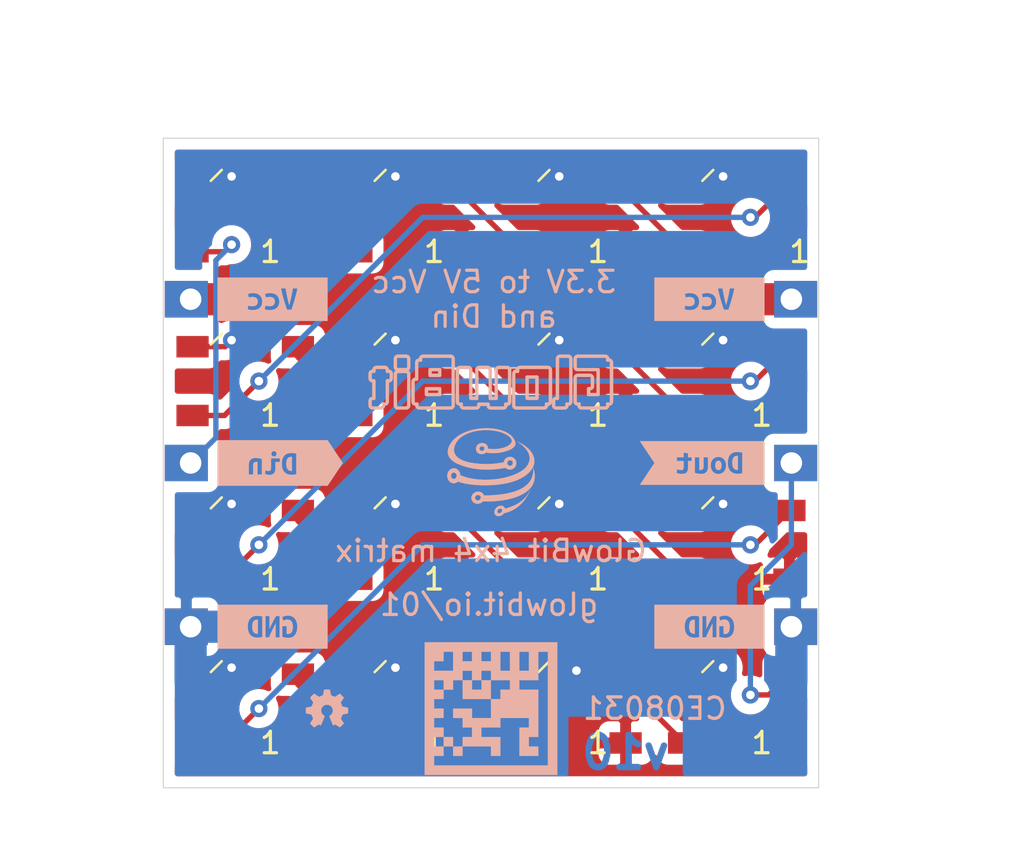
<source format=kicad_pcb>
(kicad_pcb (version 20171130) (host pcbnew "(5.1.10)-1")
  (title_block (title "GlowBit Matrix 4x4") (date 2021-09-14) (rev 10) (comment 1 "Designed at Core Electronics by Brenton Schulz") (comment 2 "GlowBit and the GlowBit logo are trademarks of Core Electronics Pty Ltd.") (comment 3 "License: CCASAv4.0 https://creativecommons.org/licenses/by-sa/4.0/"))
  (layers (0 F.Cu signal) (31 B.Cu signal) (34 B.Paste user) (35 F.Paste user) (36 B.SilkS user) (37 F.SilkS user) (38 B.Mask user) (39 F.Mask user) (44 Edge.Cuts user))
  (net 0 "")
  (net 1 VCC)
  (net 2 "Net-(D1-Pad2)")
  (net 3 "Net-(D1-Pad4)")
  (net 4 GND)
  (net 5 "Net-(D2-Pad2)")
  (net 6 "Net-(D13-Pad2)")
  (net 7 "Net-(D3-Pad2)")
  (net 8 "Net-(D14-Pad2)")
  (net 9 "Net-(D4-Pad2)")
  (net 10 "Net-(D15-Pad2)")
  (net 11 "Net-(D5-Pad2)")
  (net 12 "Net-(D10-Pad4)")
  (net 13 "Net-(D11-Pad4)")
  (net 14 "Net-(D12-Pad4)")
  (net 15 "Net-(D13-Pad4)")
  (net 16 "Net-(D10-Pad2)")
  (net 17 "Net-(D11-Pad2)")
  (net 18 "Net-(D12-Pad2)")
  (net 19 "Net-(D16-Pad2)")
  (module lib:Glowbit (layer B.Cu) (at 148.995 102.93791 180)
    (fp_text reference G*** hide)
    (fp_text value LOGO hide)
  )
  (module lib:CE08031 (layer B.Cu) (at 148.995 118.14 180)
    (fp_text reference G*** hide)
    (fp_text value LOGO hide)
  )
  (module CoreElectronics_Artwork:CoreElectronics_logo_5mm_v2 (layer B.Cu) (at 148.995 107.139102 180)
    (fp_text reference G*** hide)
    (fp_text value LOGO hide)
  )
  (module label (layer B.Cu) (at 159.155 114.33 180)
    (fp_text reference kibuzzard-6119FB8F hide)
    (fp_text value G*** hide)
  )
  (module label (layer B.Cu) (at 159.155 99.09 180)
    (fp_text reference kibuzzard-6119FBA7 hide)
    (fp_text value G*** hide)
  )
  (module label (layer B.Cu) (at 158.815054 106.71 180)
    (fp_text reference kibuzzard-6119FB06 hide)
    (fp_text value G*** hide)
  )
  (module label (layer B.Cu) (at 139.189762 106.71 180)
    (fp_text reference kibuzzard-6119FB4C hide)
    (fp_text value G*** hide)
  )
  (module label (layer B.Cu) (at 138.835 99.09 180)
    (fp_text reference kibuzzard-6119FBA7 hide)
    (fp_text value G*** hide)
  )
  (module label (layer B.Cu) (at 138.835 114.33 180)
    (fp_text reference kibuzzard-6119FB8F hide)
    (fp_text value G*** hide)
  )
  (module CoreElectronics_Artwork:oshw (layer B.Cu) (at 141.375 118.14 180)
    (fp_text reference G*** hide)
    (fp_text value LOGO hide)
  )
  (module Connector_PinHeader_2.54mm:PinHeader_1x01_P2.54mm_Vertical (layer F.Cu) (at 135.025 114.33)
    (fp_text reference J6)
    (fp_text value Conn_01x01_Male)
    (pad 1 thru_hole rect (at 0 0) (size 2 1.7) (drill 1 (offset -0.2 0)) (layers *.Cu *.Mask) (net 4 GND))
  )
  (module Connector_PinHeader_2.54mm:PinHeader_1x01_P2.54mm_Vertical (layer F.Cu) (at 135.025 99.09)
    (fp_text reference J5)
    (fp_text value Conn_01x01_Male)
    (pad 1 thru_hole rect (at 0 0) (size 2 1.7) (drill 1 (offset -0.2 0)) (layers *.Cu *.Mask) (net 1 VCC))
  )
  (module Connector_PinHeader_2.54mm:PinHeader_1x01_P2.54mm_Vertical (layer F.Cu) (at 162.965 114.33)
    (fp_text reference J4)
    (fp_text value Conn_01x01_Male)
    (pad 1 thru_hole rect (at 0 0) (size 2 1.7) (drill 1 (offset 0.2 0)) (layers *.Cu *.Mask) (net 4 GND))
  )
  (module Connector_PinHeader_2.54mm:PinHeader_1x01_P2.54mm_Vertical (layer F.Cu) (at 162.965 99.09)
    (fp_text reference J1)
    (fp_text value Conn_01x01_Male)
    (pad 1 thru_hole rect (at 0 0) (size 2 1.7) (drill 1 (offset 0.2 0)) (layers *.Cu *.Mask) (net 1 VCC))
  )
  (module Connector_PinHeader_2.54mm:PinHeader_1x01_P2.54mm_Vertical (layer F.Cu) (at 162.965 106.71)
    (fp_text reference J3)
    (fp_text value Conn_01x01_Male)
    (pad 1 thru_hole rect (at 0 0) (size 2 1.7) (drill 1 (offset 0.2 0)) (layers *.Cu *.Mask) (net 19 "Net-(D16-Pad2)"))
  )
  (module Connector_PinHeader_2.54mm:PinHeader_1x01_P2.54mm_Vertical (layer F.Cu) (at 135.025 106.71)
    (fp_text reference J2)
    (fp_text value Conn_01x01_Male)
    (pad 1 thru_hole rect (at 0 0) (size 2 1.7) (drill 1 (offset -0.2 0)) (layers *.Cu *.Mask) (net 3 "Net-(D1-Pad4)"))
  )
  (module CoreElectronics_Components:LED_GlowBit_WS2812B_NoSilk (layer F.Cu) (at 160.425 118.14 180)
    (fp_text reference D16 hide)
    (fp_text value WS2812B)
    (fp_text user 1 (at -1.1684 -1.6002) (layer F.SilkS))
    (pad 3 smd rect (at 2.45 1.6 180) (size 1.5 1) (layers F.Cu F.Paste F.Mask) (net 4 GND))
    (pad 4 smd rect (at 2.45 -1.6 180) (size 1.5 1) (layers F.Cu F.Paste F.Mask) (net 18 "Net-(D12-Pad2)"))
    (pad 2 smd rect (at -2.45 1.6 180) (size 1.5 1) (layers F.Cu F.Paste F.Mask) (net 19 "Net-(D16-Pad2)"))
    (pad 1 smd rect (at -2.45 -1.6 180) (size 1.5 1) (layers F.Cu F.Paste F.Mask) (net 1 VCC))
  )
  (module CoreElectronics_Components:LED_GlowBit_WS2812B_NoSilk (layer F.Cu) (at 160.425 110.52 180)
    (fp_text reference D15 hide)
    (fp_text value WS2812B)
    (fp_text user 1 (at -1.1684 -1.6002) (layer F.SilkS))
    (pad 3 smd rect (at 2.45 1.6 180) (size 1.5 1) (layers F.Cu F.Paste F.Mask) (net 4 GND))
    (pad 4 smd rect (at 2.45 -1.6 180) (size 1.5 1) (layers F.Cu F.Paste F.Mask) (net 17 "Net-(D11-Pad2)"))
    (pad 2 smd rect (at -2.45 1.6 180) (size 1.5 1) (layers F.Cu F.Paste F.Mask) (net 10 "Net-(D15-Pad2)"))
    (pad 1 smd rect (at -2.45 -1.6 180) (size 1.5 1) (layers F.Cu F.Paste F.Mask) (net 1 VCC))
  )
  (module CoreElectronics_Components:LED_GlowBit_WS2812B_NoSilk (layer F.Cu) (at 160.425 102.9 180)
    (fp_text reference D14 hide)
    (fp_text value WS2812B)
    (fp_text user 1 (at -1.1684 -1.6002) (layer F.SilkS))
    (pad 3 smd rect (at 2.45 1.6 180) (size 1.5 1) (layers F.Cu F.Paste F.Mask) (net 4 GND))
    (pad 4 smd rect (at 2.45 -1.6 180) (size 1.5 1) (layers F.Cu F.Paste F.Mask) (net 16 "Net-(D10-Pad2)"))
    (pad 2 smd rect (at -2.45 1.6 180) (size 1.5 1) (layers F.Cu F.Paste F.Mask) (net 8 "Net-(D14-Pad2)"))
    (pad 1 smd rect (at -2.45 -1.6 180) (size 1.5 1) (layers F.Cu F.Paste F.Mask) (net 1 VCC))
  )
  (module CoreElectronics_Components:LED_GlowBit_WS2812B_NoSilk (layer F.Cu) (at 160.425 95.28 180)
    (fp_text reference D13 hide)
    (fp_text value WS2812B)
    (fp_text user 1 (at -2.92381 -1.6002) (layer F.SilkS))
    (pad 3 smd rect (at 2.45 1.6 180) (size 1.5 1) (layers F.Cu F.Paste F.Mask) (net 4 GND))
    (pad 4 smd rect (at 2.45 -1.6 180) (size 1.5 1) (layers F.Cu F.Paste F.Mask) (net 15 "Net-(D13-Pad4)"))
    (pad 2 smd rect (at -2.45 1.6 180) (size 1.5 1) (layers F.Cu F.Paste F.Mask) (net 6 "Net-(D13-Pad2)"))
    (pad 1 smd rect (at -2.45 -1.6 180) (size 1.5 1) (layers F.Cu F.Paste F.Mask) (net 1 VCC))
  )
  (module CoreElectronics_Components:LED_GlowBit_WS2812B_NoSilk (layer F.Cu) (at 152.805 118.14 180)
    (fp_text reference D12 hide)
    (fp_text value WS2812B)
    (fp_text user 1 (at -1.1684 -1.6002) (layer F.SilkS))
    (pad 3 smd rect (at 2.45 1.6 180) (size 1.5 1) (layers F.Cu F.Paste F.Mask) (net 4 GND))
    (pad 4 smd rect (at 2.45 -1.6 180) (size 1.5 1) (layers F.Cu F.Paste F.Mask) (net 14 "Net-(D12-Pad4)"))
    (pad 2 smd rect (at -2.45 1.6 180) (size 1.5 1) (layers F.Cu F.Paste F.Mask) (net 18 "Net-(D12-Pad2)"))
    (pad 1 smd rect (at -2.45 -1.6 180) (size 1.5 1) (layers F.Cu F.Paste F.Mask) (net 1 VCC))
  )
  (module CoreElectronics_Components:LED_GlowBit_WS2812B_NoSilk (layer F.Cu) (at 152.805 110.52 180)
    (fp_text reference D11 hide)
    (fp_text value WS2812B)
    (fp_text user 1 (at -1.1684 -1.6002) (layer F.SilkS))
    (pad 3 smd rect (at 2.45 1.6 180) (size 1.5 1) (layers F.Cu F.Paste F.Mask) (net 4 GND))
    (pad 4 smd rect (at 2.45 -1.6 180) (size 1.5 1) (layers F.Cu F.Paste F.Mask) (net 13 "Net-(D11-Pad4)"))
    (pad 2 smd rect (at -2.45 1.6 180) (size 1.5 1) (layers F.Cu F.Paste F.Mask) (net 17 "Net-(D11-Pad2)"))
    (pad 1 smd rect (at -2.45 -1.6 180) (size 1.5 1) (layers F.Cu F.Paste F.Mask) (net 1 VCC))
  )
  (module CoreElectronics_Components:LED_GlowBit_WS2812B_NoSilk (layer F.Cu) (at 152.805 102.9 180)
    (fp_text reference D10 hide)
    (fp_text value WS2812B)
    (fp_text user 1 (at -1.1684 -1.6002) (layer F.SilkS))
    (pad 3 smd rect (at 2.45 1.6 180) (size 1.5 1) (layers F.Cu F.Paste F.Mask) (net 4 GND))
    (pad 4 smd rect (at 2.45 -1.6 180) (size 1.5 1) (layers F.Cu F.Paste F.Mask) (net 12 "Net-(D10-Pad4)"))
    (pad 2 smd rect (at -2.45 1.6 180) (size 1.5 1) (layers F.Cu F.Paste F.Mask) (net 16 "Net-(D10-Pad2)"))
    (pad 1 smd rect (at -2.45 -1.6 180) (size 1.5 1) (layers F.Cu F.Paste F.Mask) (net 1 VCC))
  )
  (module CoreElectronics_Components:LED_GlowBit_WS2812B_NoSilk (layer F.Cu) (at 152.805 95.28 180)
    (fp_text reference D9 hide)
    (fp_text value WS2812B)
    (fp_text user 1 (at -1.1684 -1.6002) (layer F.SilkS))
    (pad 3 smd rect (at 2.45 1.6 180) (size 1.5 1) (layers F.Cu F.Paste F.Mask) (net 4 GND))
    (pad 4 smd rect (at 2.45 -1.6 180) (size 1.5 1) (layers F.Cu F.Paste F.Mask) (net 11 "Net-(D5-Pad2)"))
    (pad 2 smd rect (at -2.45 1.6 180) (size 1.5 1) (layers F.Cu F.Paste F.Mask) (net 15 "Net-(D13-Pad4)"))
    (pad 1 smd rect (at -2.45 -1.6 180) (size 1.5 1) (layers F.Cu F.Paste F.Mask) (net 1 VCC))
  )
  (module CoreElectronics_Components:LED_GlowBit_WS2812B_NoSilk (layer F.Cu) (at 145.185 118.14 180)
    (fp_text reference D8 hide)
    (fp_text value WS2812B)
    (fp_text user 1 (at -1.1684 -1.6002) (layer F.SilkS))
    (pad 3 smd rect (at 2.45 1.6 180) (size 1.5 1) (layers F.Cu F.Paste F.Mask) (net 4 GND))
    (pad 4 smd rect (at 2.45 -1.6 180) (size 1.5 1) (layers F.Cu F.Paste F.Mask) (net 9 "Net-(D4-Pad2)"))
    (pad 2 smd rect (at -2.45 1.6 180) (size 1.5 1) (layers F.Cu F.Paste F.Mask) (net 14 "Net-(D12-Pad4)"))
    (pad 1 smd rect (at -2.45 -1.6 180) (size 1.5 1) (layers F.Cu F.Paste F.Mask) (net 1 VCC))
  )
  (module CoreElectronics_Components:LED_GlowBit_WS2812B_NoSilk (layer F.Cu) (at 145.185 110.52 180)
    (fp_text reference D7 hide)
    (fp_text value WS2812B)
    (fp_text user 1 (at -1.1684 -1.6002) (layer F.SilkS))
    (pad 3 smd rect (at 2.45 1.6 180) (size 1.5 1) (layers F.Cu F.Paste F.Mask) (net 4 GND))
    (pad 4 smd rect (at 2.45 -1.6 180) (size 1.5 1) (layers F.Cu F.Paste F.Mask) (net 7 "Net-(D3-Pad2)"))
    (pad 2 smd rect (at -2.45 1.6 180) (size 1.5 1) (layers F.Cu F.Paste F.Mask) (net 13 "Net-(D11-Pad4)"))
    (pad 1 smd rect (at -2.45 -1.6 180) (size 1.5 1) (layers F.Cu F.Paste F.Mask) (net 1 VCC))
  )
  (module CoreElectronics_Components:LED_GlowBit_WS2812B_NoSilk (layer F.Cu) (at 145.185 102.9 180)
    (fp_text reference D6 hide)
    (fp_text value WS2812B)
    (fp_text user 1 (at -1.1684 -1.6002) (layer F.SilkS))
    (pad 3 smd rect (at 2.45 1.6 180) (size 1.5 1) (layers F.Cu F.Paste F.Mask) (net 4 GND))
    (pad 4 smd rect (at 2.45 -1.6 180) (size 1.5 1) (layers F.Cu F.Paste F.Mask) (net 5 "Net-(D2-Pad2)"))
    (pad 2 smd rect (at -2.45 1.6 180) (size 1.5 1) (layers F.Cu F.Paste F.Mask) (net 12 "Net-(D10-Pad4)"))
    (pad 1 smd rect (at -2.45 -1.6 180) (size 1.5 1) (layers F.Cu F.Paste F.Mask) (net 1 VCC))
  )
  (module CoreElectronics_Components:LED_GlowBit_WS2812B_NoSilk (layer F.Cu) (at 145.185 95.28 180)
    (fp_text reference D5 hide)
    (fp_text value WS2812B)
    (fp_text user 1 (at -1.1684 -1.6002) (layer F.SilkS))
    (pad 3 smd rect (at 2.45 1.6 180) (size 1.5 1) (layers F.Cu F.Paste F.Mask) (net 4 GND))
    (pad 4 smd rect (at 2.45 -1.6 180) (size 1.5 1) (layers F.Cu F.Paste F.Mask) (net 2 "Net-(D1-Pad2)"))
    (pad 2 smd rect (at -2.45 1.6 180) (size 1.5 1) (layers F.Cu F.Paste F.Mask) (net 11 "Net-(D5-Pad2)"))
    (pad 1 smd rect (at -2.45 -1.6 180) (size 1.5 1) (layers F.Cu F.Paste F.Mask) (net 1 VCC))
  )
  (module CoreElectronics_Components:LED_GlowBit_WS2812B_NoSilk (layer F.Cu) (at 137.565 118.14 180)
    (fp_text reference D4 hide)
    (fp_text value WS2812B)
    (fp_text user 1 (at -1.1684 -1.6002) (layer F.SilkS))
    (pad 3 smd rect (at 2.45 1.6 180) (size 1.5 1) (layers F.Cu F.Paste F.Mask) (net 4 GND))
    (pad 4 smd rect (at 2.45 -1.6 180) (size 1.5 1) (layers F.Cu F.Paste F.Mask) (net 10 "Net-(D15-Pad2)"))
    (pad 2 smd rect (at -2.45 1.6 180) (size 1.5 1) (layers F.Cu F.Paste F.Mask) (net 9 "Net-(D4-Pad2)"))
    (pad 1 smd rect (at -2.45 -1.6 180) (size 1.5 1) (layers F.Cu F.Paste F.Mask) (net 1 VCC))
  )
  (module CoreElectronics_Components:LED_GlowBit_WS2812B_NoSilk (layer F.Cu) (at 137.565 110.52 180)
    (fp_text reference D3 hide)
    (fp_text value WS2812B)
    (fp_text user 1 (at -1.1684 -1.6002) (layer F.SilkS))
    (pad 3 smd rect (at 2.45 1.6 180) (size 1.5 1) (layers F.Cu F.Paste F.Mask) (net 4 GND))
    (pad 4 smd rect (at 2.45 -1.6 180) (size 1.5 1) (layers F.Cu F.Paste F.Mask) (net 8 "Net-(D14-Pad2)"))
    (pad 2 smd rect (at -2.45 1.6 180) (size 1.5 1) (layers F.Cu F.Paste F.Mask) (net 7 "Net-(D3-Pad2)"))
    (pad 1 smd rect (at -2.45 -1.6 180) (size 1.5 1) (layers F.Cu F.Paste F.Mask) (net 1 VCC))
  )
  (module CoreElectronics_Components:LED_GlowBit_WS2812B_NoSilk (layer F.Cu) (at 137.565 102.9 180)
    (fp_text reference D2 hide)
    (fp_text value WS2812B)
    (fp_text user 1 (at -1.1684 -1.6002) (layer F.SilkS))
    (pad 3 smd rect (at 2.45 1.6 180) (size 1.5 1) (layers F.Cu F.Paste F.Mask) (net 4 GND))
    (pad 4 smd rect (at 2.45 -1.6 180) (size 1.5 1) (layers F.Cu F.Paste F.Mask) (net 6 "Net-(D13-Pad2)"))
    (pad 2 smd rect (at -2.45 1.6 180) (size 1.5 1) (layers F.Cu F.Paste F.Mask) (net 5 "Net-(D2-Pad2)"))
    (pad 1 smd rect (at -2.45 -1.6 180) (size 1.5 1) (layers F.Cu F.Paste F.Mask) (net 1 VCC))
  )
  (module CoreElectronics_Components:LED_GlowBit_WS2812B_NoSilk (layer F.Cu) (at 137.565 95.28 180)
    (fp_text reference D1 hide)
    (fp_text value WS2812B)
    (fp_text user 1 (at -1.1684 -1.6002) (layer F.SilkS))
    (pad 3 smd rect (at 2.45 1.6 180) (size 1.5 1) (layers F.Cu F.Paste F.Mask) (net 4 GND))
    (pad 4 smd rect (at 2.45 -1.6 180) (size 1.5 1) (layers F.Cu F.Paste F.Mask) (net 3 "Net-(D1-Pad4)"))
    (pad 2 smd rect (at -2.45 1.6 180) (size 1.5 1) (layers F.Cu F.Paste F.Mask) (net 2 "Net-(D1-Pad2)"))
    (pad 1 smd rect (at -2.45 -1.6 180) (size 1.5 1) (layers F.Cu F.Paste F.Mask) (net 1 VCC))
  )
  (gr_text v10 (at 155.255 120.183) (layer B.Cu) (effects (font (size 1.5 1.5) (thickness 0.3)) (justify mirror)))
  (gr_text glowbit.io/01 (at 148.905 113.303537) (layer B.SilkS) (effects (font (size 1 1)) (justify mirror)))
  (gr_text CE08031 (at 156.615 118.14) (layer B.SilkS) (effects (font (size 1 1)) (justify mirror)))
  (gr_text "GlowBit 4x4 matrix" (at 148.995 110.800677) (layer B.SilkS) (effects (font (size 1 1)) (justify mirror)))
  (gr_text "3.3V to 5V Vcc\nand Din" (at 149.122 99.09) (layer B.SilkS) (effects (font (size 1 1)) (justify mirror)))
  (gr_line (start 133.755 91.597) (end 133.755 121.823) (layer Edge.Cuts) (width 0.05))
  (gr_line (start 164.235 91.597) (end 133.755 91.597) (layer Edge.Cuts) (width 0.05))
  (gr_line (start 164.235 121.823) (end 164.235 91.597) (layer Edge.Cuts) (width 0.05))
  (gr_line (start 133.755 121.823) (end 164.235 121.823) (layer Edge.Cuts) (width 0.05))
  (segment (start 135.025 99.09) (end 162.965 99.09) (width 1.5) (layer F.Cu) (net 1))
  (segment (start 140.015 94.16) (end 142.735 96.88) (width 0.25) (layer F.Cu) (net 2))
  (segment (start 140.015 93.68) (end 140.015 94.16) (width 0.25) (layer F.Cu) (net 2))
  (segment (start 136.6 96.88) (end 136.93 96.55) (width 0.25) (layer F.Cu) (net 3))
  (segment (start 136.200001 97.279999) (end 136.93 96.55) (width 0.25) (layer B.Cu) (net 3))
  (segment (start 136.200001 105.534999) (end 136.200001 97.279999) (width 0.25) (layer B.Cu) (net 3))
  (segment (start 135.025 106.71) (end 136.200001 105.534999) (width 0.25) (layer B.Cu) (net 3))
  (segment (start 135.115 96.88) (end 136.6 96.88) (width 0.25) (layer F.Cu) (net 3))
  (via (at 136.93 96.55) (size 0.8) (drill 0.4) (layers F.Cu B.Cu) (net 3))
  (via (at 136.93 93.375) (size 0.8) (drill 0.4) (layers F.Cu B.Cu) (net 4))
  (segment (start 136.625 93.68) (end 136.93 93.375) (width 0.25) (layer F.Cu) (net 4))
  (segment (start 135.115 93.68) (end 136.625 93.68) (width 0.25) (layer F.Cu) (net 4))
  (via (at 144.55 93.375) (size 0.8) (drill 0.4) (layers F.Cu B.Cu) (net 4))
  (segment (start 144.245 93.68) (end 144.55 93.375) (width 0.25) (layer F.Cu) (net 4))
  (segment (start 142.735 93.68) (end 144.245 93.68) (width 0.25) (layer F.Cu) (net 4))
  (via (at 152.17 93.375) (size 0.8) (drill 0.4) (layers F.Cu B.Cu) (net 4))
  (segment (start 151.865 93.68) (end 152.17 93.375) (width 0.25) (layer F.Cu) (net 4))
  (segment (start 150.355 93.68) (end 151.865 93.68) (width 0.25) (layer F.Cu) (net 4))
  (via (at 159.79 93.375) (size 0.8) (drill 0.4) (layers F.Cu B.Cu) (net 4))
  (segment (start 159.485 93.68) (end 159.79 93.375) (width 0.25) (layer F.Cu) (net 4))
  (segment (start 157.975 93.68) (end 159.485 93.68) (width 0.25) (layer F.Cu) (net 4))
  (via (at 136.93 100.995) (size 0.8) (drill 0.4) (layers F.Cu B.Cu) (net 4))
  (segment (start 136.625 101.3) (end 136.93 100.995) (width 0.25) (layer F.Cu) (net 4))
  (segment (start 135.115 101.3) (end 136.625 101.3) (width 0.25) (layer F.Cu) (net 4))
  (via (at 144.55 100.995) (size 0.8) (drill 0.4) (layers F.Cu B.Cu) (net 4))
  (segment (start 144.245 101.3) (end 144.55 100.995) (width 0.25) (layer F.Cu) (net 4))
  (segment (start 142.735 101.3) (end 144.245 101.3) (width 0.25) (layer F.Cu) (net 4))
  (via (at 152.17 100.995) (size 0.8) (drill 0.4) (layers F.Cu B.Cu) (net 4))
  (segment (start 151.865 101.3) (end 152.17 100.995) (width 0.25) (layer F.Cu) (net 4))
  (segment (start 150.355 101.3) (end 151.865 101.3) (width 0.25) (layer F.Cu) (net 4))
  (via (at 159.79 100.995) (size 0.8) (drill 0.4) (layers F.Cu B.Cu) (net 4))
  (segment (start 159.485 101.3) (end 159.79 100.995) (width 0.25) (layer F.Cu) (net 4))
  (segment (start 157.975 101.3) (end 159.485 101.3) (width 0.25) (layer F.Cu) (net 4))
  (via (at 136.93 108.615) (size 0.8) (drill 0.4) (layers F.Cu B.Cu) (net 4))
  (segment (start 136.625 108.92) (end 136.93 108.615) (width 0.25) (layer F.Cu) (net 4))
  (segment (start 135.115 108.92) (end 136.625 108.92) (width 0.25) (layer F.Cu) (net 4))
  (via (at 144.55 108.615) (size 0.8) (drill 0.4) (layers F.Cu B.Cu) (net 4))
  (segment (start 144.245 108.92) (end 144.55 108.615) (width 0.25) (layer F.Cu) (net 4))
  (segment (start 142.735 108.92) (end 144.245 108.92) (width 0.25) (layer F.Cu) (net 4))
  (via (at 152.17 108.615) (size 0.8) (drill 0.4) (layers F.Cu B.Cu) (net 4))
  (segment (start 151.865 108.92) (end 152.17 108.615) (width 0.25) (layer F.Cu) (net 4))
  (segment (start 150.355 108.92) (end 151.865 108.92) (width 0.25) (layer F.Cu) (net 4))
  (segment (start 136.625 116.54) (end 136.93 116.235) (width 0.25) (layer F.Cu) (net 4))
  (via (at 136.93 116.235) (size 0.8) (drill 0.4) (layers F.Cu B.Cu) (net 4))
  (segment (start 135.115 116.54) (end 136.625 116.54) (width 0.25) (layer F.Cu) (net 4))
  (via (at 144.55 116.235) (size 0.8) (drill 0.4) (layers F.Cu B.Cu) (net 4))
  (segment (start 144.245 116.54) (end 144.55 116.235) (width 0.25) (layer F.Cu) (net 4))
  (segment (start 142.735 116.54) (end 144.245 116.54) (width 0.25) (layer F.Cu) (net 4))
  (via (at 159.79 116.235) (size 0.8) (drill 0.4) (layers F.Cu B.Cu) (net 4))
  (segment (start 159.485 116.54) (end 159.79 116.235) (width 0.25) (layer F.Cu) (net 4))
  (segment (start 157.975 116.54) (end 159.485 116.54) (width 0.25) (layer F.Cu) (net 4))
  (via (at 159.79 108.615) (size 0.8) (drill 0.4) (layers F.Cu B.Cu) (net 4))
  (segment (start 159.485 108.92) (end 159.79 108.615) (width 0.25) (layer F.Cu) (net 4))
  (segment (start 157.975 108.92) (end 159.485 108.92) (width 0.25) (layer F.Cu) (net 4))
  (segment (start 135.025 114.33) (end 136.93 114.33) (width 1.5) (layer B.Cu) (net 4))
  (segment (start 135.025 114.33) (end 135.025 116.87) (width 1.5) (layer B.Cu) (net 4))
  (segment (start 162.965 114.33) (end 162.965 116.87) (width 1.5) (layer B.Cu) (net 4))
  (via (at 152.969 116.373) (size 0.8) (drill 0.4) (layers F.Cu B.Cu) (net 4))
  (segment (start 150.355 116.54) (end 152.802 116.54) (width 0.25) (layer F.Cu) (net 4))
  (segment (start 152.802 116.54) (end 152.969 116.373) (width 0.25) (layer F.Cu) (net 4))
  (segment (start 140.015 101.78) (end 142.735 104.5) (width 0.25) (layer F.Cu) (net 5))
  (segment (start 140.015 101.3) (end 140.015 101.78) (width 0.25) (layer F.Cu) (net 5))
  (segment (start 136.6 104.5) (end 138.2 102.9) (width 0.25) (layer F.Cu) (net 6))
  (via (at 138.2 102.9) (size 0.8) (drill 0.4) (layers F.Cu B.Cu) (net 6))
  (segment (start 135.115 104.5) (end 136.6 104.5) (width 0.25) (layer F.Cu) (net 6))
  (via (at 161.06 95.28) (size 0.8) (drill 0.4) (layers F.Cu B.Cu) (net 6))
  (segment (start 145.82 95.28) (end 161.06 95.28) (width 0.25) (layer B.Cu) (net 6))
  (segment (start 138.2 102.9) (end 145.82 95.28) (width 0.25) (layer B.Cu) (net 6))
  (segment (start 161.275 95.28) (end 162.875 93.68) (width 0.25) (layer F.Cu) (net 6))
  (segment (start 161.06 95.28) (end 161.275 95.28) (width 0.25) (layer F.Cu) (net 6))
  (segment (start 140.015 109.4) (end 142.735 112.12) (width 0.25) (layer F.Cu) (net 7))
  (segment (start 140.015 108.92) (end 140.015 109.4) (width 0.25) (layer F.Cu) (net 7))
  (via (at 138.2 110.52) (size 0.8) (drill 0.4) (layers F.Cu B.Cu) (net 8))
  (segment (start 136.6 112.12) (end 138.2 110.52) (width 0.25) (layer F.Cu) (net 8))
  (segment (start 135.115 112.12) (end 136.6 112.12) (width 0.25) (layer F.Cu) (net 8))
  (segment (start 145.82 102.9) (end 161.06 102.9) (width 0.25) (layer B.Cu) (net 8))
  (via (at 161.06 102.9) (size 0.8) (drill 0.4) (layers F.Cu B.Cu) (net 8))
  (segment (start 138.2 110.52) (end 145.82 102.9) (width 0.25) (layer B.Cu) (net 8))
  (segment (start 161.275 102.9) (end 162.875 101.3) (width 0.25) (layer F.Cu) (net 8))
  (segment (start 161.06 102.9) (end 161.275 102.9) (width 0.25) (layer F.Cu) (net 8))
  (segment (start 140.015 116.54) (end 140.015 117.02) (width 0.25) (layer F.Cu) (net 9))
  (segment (start 140.015 117.02) (end 142.735 119.74) (width 0.25) (layer F.Cu) (net 9))
  (via (at 138.2 118.14) (size 0.8) (drill 0.4) (layers F.Cu B.Cu) (net 10))
  (segment (start 136.6 119.74) (end 138.2 118.14) (width 0.25) (layer F.Cu) (net 10))
  (segment (start 135.115 119.74) (end 136.6 119.74) (width 0.25) (layer F.Cu) (net 10))
  (via (at 161.06 110.52) (size 0.8) (drill 0.4) (layers F.Cu B.Cu) (net 10))
  (segment (start 145.82 110.52) (end 161.06 110.52) (width 0.25) (layer B.Cu) (net 10))
  (segment (start 138.2 118.14) (end 145.82 110.52) (width 0.25) (layer B.Cu) (net 10))
  (segment (start 161.275 110.52) (end 162.875 108.92) (width 0.25) (layer F.Cu) (net 10))
  (segment (start 161.06 110.52) (end 161.275 110.52) (width 0.25) (layer F.Cu) (net 10))
  (segment (start 147.635 94.16) (end 150.355 96.88) (width 0.25) (layer F.Cu) (net 11))
  (segment (start 147.635 93.68) (end 147.635 94.16) (width 0.25) (layer F.Cu) (net 11))
  (segment (start 147.635 101.78) (end 150.355 104.5) (width 0.25) (layer F.Cu) (net 12))
  (segment (start 147.635 101.3) (end 147.635 101.78) (width 0.25) (layer F.Cu) (net 12))
  (segment (start 147.635 109.4) (end 150.355 112.12) (width 0.25) (layer F.Cu) (net 13))
  (segment (start 147.635 108.92) (end 147.635 109.4) (width 0.25) (layer F.Cu) (net 13))
  (segment (start 147.635 117.02) (end 150.355 119.74) (width 0.25) (layer F.Cu) (net 14))
  (segment (start 147.635 116.54) (end 147.635 117.02) (width 0.25) (layer F.Cu) (net 14))
  (segment (start 155.255 94.16) (end 157.975 96.88) (width 0.25) (layer F.Cu) (net 15))
  (segment (start 155.255 93.68) (end 155.255 94.16) (width 0.25) (layer F.Cu) (net 15))
  (segment (start 155.255 101.78) (end 157.975 104.5) (width 0.25) (layer F.Cu) (net 16))
  (segment (start 155.255 101.3) (end 155.255 101.78) (width 0.25) (layer F.Cu) (net 16))
  (segment (start 155.255 109.4) (end 157.975 112.12) (width 0.25) (layer F.Cu) (net 17))
  (segment (start 155.255 108.92) (end 155.255 109.4) (width 0.25) (layer F.Cu) (net 17))
  (segment (start 155.255 117.02) (end 157.975 119.74) (width 0.25) (layer F.Cu) (net 18))
  (segment (start 155.255 116.54) (end 155.255 117.02) (width 0.25) (layer F.Cu) (net 18))
  (segment (start 162.965 106.71) (end 162.965 110.52) (width 0.25) (layer B.Cu) (net 19))
  (segment (start 162.965 110.52) (end 161.06 112.425) (width 0.25) (layer B.Cu) (net 19))
  (via (at 161.06 117.505) (size 0.8) (drill 0.4) (layers F.Cu B.Cu) (net 19))
  (segment (start 161.06 112.425) (end 161.06 117.505) (width 0.25) (layer B.Cu) (net 19))
  (segment (start 161.91 117.505) (end 162.875 116.54) (width 0.25) (layer F.Cu) (net 19))
  (segment (start 161.06 117.505) (end 161.91 117.505) (width 0.25) (layer F.Cu) (net 19))
  (zone (net 4) (net_name GND) (layer B.Cu) (connect_pads (clearance 0.508)) (min_thickness 0.254) (fill yes (arc_segments 32) (thermal_gap 0.508) (thermal_bridge_width 0.508))
    (polygon (pts (xy 164.235 121.823) (xy 133.755 121.823) (xy 133.755 91.597) (xy 164.235 91.597)))
  )
  (zone (net 1) (net_name VCC) (layer F.Cu) (connect_pads (clearance 0.508)) (min_thickness 0.254) (fill yes (arc_segments 32) (thermal_gap 0.508) (thermal_bridge_width 0.508))
    (polygon (pts (xy 164.235 121.823) (xy 133.755 121.823) (xy 133.755 91.597) (xy 164.235 91.597)))
  )
)
</source>
